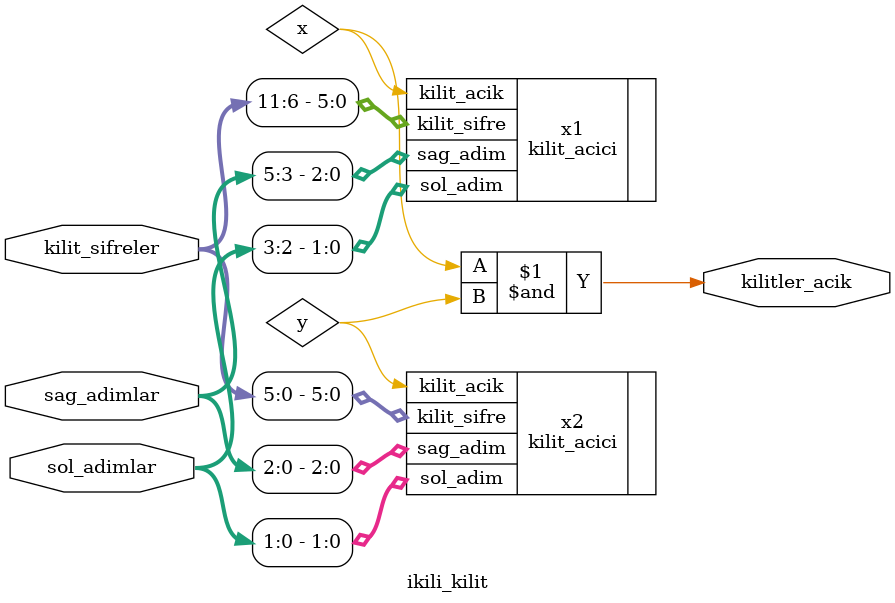
<source format=v>
`timescale 1ns / 1ps


module ikili_kilit(


    input [5:0] sag_adimlar,
    input [3:0] sol_adimlar,
    input [11:0] kilit_sifreler,
    output kilitler_acik 
    );
    wire x;
    wire y;
    kilit_acici x1(.sag_adim(sag_adimlar[5:3]),.sol_adim(sol_adimlar[3:2]),.kilit_sifre(kilit_sifreler[11:6]),.kilit_acik(x));
    kilit_acici x2(.sag_adim(sag_adimlar[2:0]),.sol_adim(sol_adimlar[1:0]),.kilit_sifre(kilit_sifreler[5:0]),.kilit_acik(y));
    
    and i1(kilitler_acik,x,y);
    
    
    
    
    
    
endmodule

</source>
